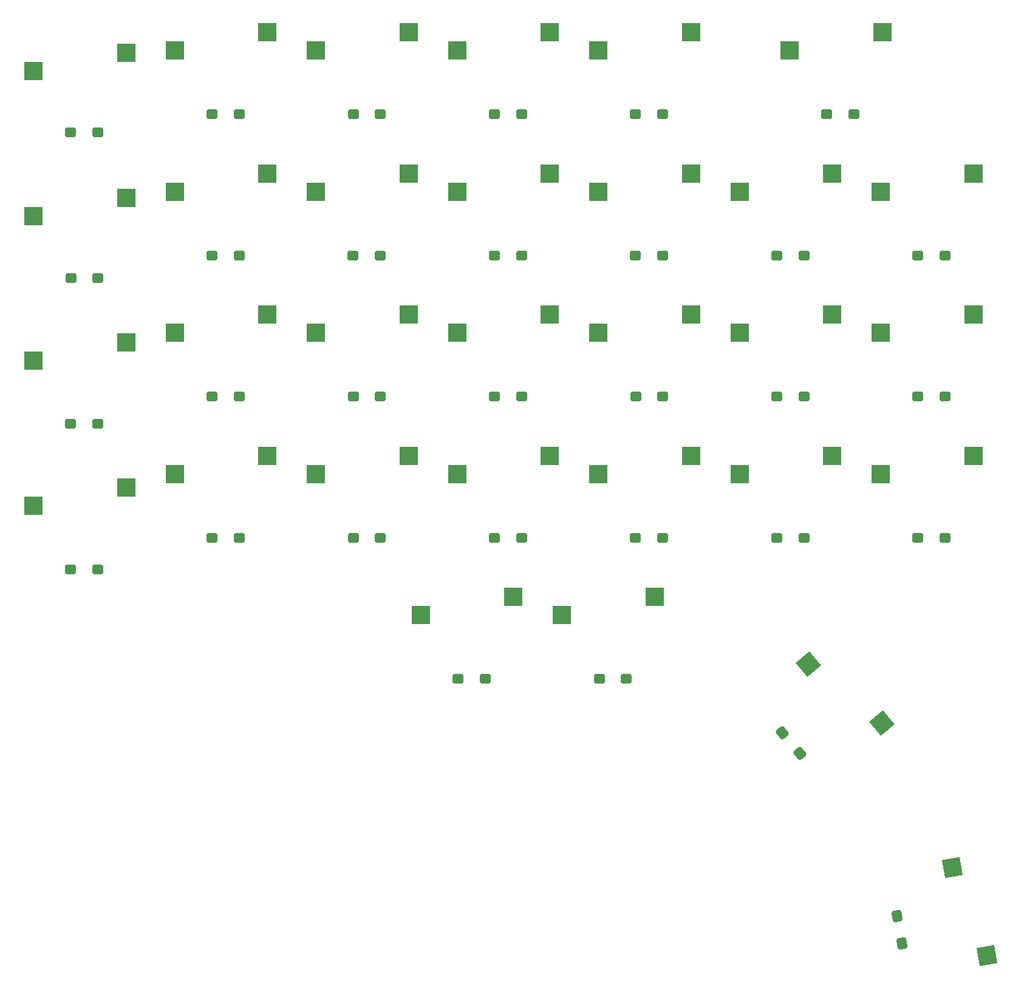
<source format=gbr>
%TF.GenerationSoftware,KiCad,Pcbnew,7.0.1*%
%TF.CreationDate,2023-03-23T04:50:53+01:00*%
%TF.ProjectId,Tiamat_v01_badge,5469616d-6174-45f7-9630-315f62616467,rev?*%
%TF.SameCoordinates,Original*%
%TF.FileFunction,Paste,Bot*%
%TF.FilePolarity,Positive*%
%FSLAX46Y46*%
G04 Gerber Fmt 4.6, Leading zero omitted, Abs format (unit mm)*
G04 Created by KiCad (PCBNEW 7.0.1) date 2023-03-23 04:50:53*
%MOMM*%
%LPD*%
G01*
G04 APERTURE LIST*
G04 Aperture macros list*
%AMRoundRect*
0 Rectangle with rounded corners*
0 $1 Rounding radius*
0 $2 $3 $4 $5 $6 $7 $8 $9 X,Y pos of 4 corners*
0 Add a 4 corners polygon primitive as box body*
4,1,4,$2,$3,$4,$5,$6,$7,$8,$9,$2,$3,0*
0 Add four circle primitives for the rounded corners*
1,1,$1+$1,$2,$3*
1,1,$1+$1,$4,$5*
1,1,$1+$1,$6,$7*
1,1,$1+$1,$8,$9*
0 Add four rect primitives between the rounded corners*
20,1,$1+$1,$2,$3,$4,$5,0*
20,1,$1+$1,$4,$5,$6,$7,0*
20,1,$1+$1,$6,$7,$8,$9,0*
20,1,$1+$1,$8,$9,$2,$3,0*%
%AMRotRect*
0 Rectangle, with rotation*
0 The origin of the aperture is its center*
0 $1 length*
0 $2 width*
0 $3 Rotation angle, in degrees counterclockwise*
0 Add horizontal line*
21,1,$1,$2,0,0,$3*%
G04 Aperture macros list end*
%ADD10R,2.550000X2.500000*%
%ADD11RotRect,2.550000X2.500000X310.000000*%
%ADD12RotRect,2.550000X2.500000X280.000000*%
%ADD13RoundRect,0.350000X-0.422824X0.382387X-0.266541X-0.503940X0.422824X-0.382387X0.266541X0.503940X0*%
%ADD14RoundRect,0.350000X0.422824X-0.382387X0.266541X0.503940X-0.422824X0.382387X-0.266541X-0.503940X0*%
%ADD15RoundRect,0.350000X-0.450000X-0.350000X0.450000X-0.350000X0.450000X0.350000X-0.450000X0.350000X0*%
%ADD16RoundRect,0.350000X0.450000X0.350000X-0.450000X0.350000X-0.450000X-0.350000X0.450000X-0.350000X0*%
%ADD17RoundRect,0.350000X-0.557370X0.119744X0.021139X-0.569696X0.557370X-0.119744X-0.021139X0.569696X0*%
%ADD18RoundRect,0.350000X0.557370X-0.119744X-0.021139X0.569696X-0.557370X0.119744X0.021139X-0.569696X0*%
G04 APERTURE END LIST*
D10*
%TO.C,SW1*%
X37070500Y-30232300D03*
X24143500Y-32772300D03*
%TD*%
D11*
%TO.C,SW27*%
X132125103Y-115440689D03*
X142380171Y-123710665D03*
%TD*%
D12*
%TO.C,SW31*%
X152267481Y-143816048D03*
X157013643Y-156105591D03*
%TD*%
D10*
%TO.C,SW30*%
X142253500Y-88927300D03*
X155180500Y-86387300D03*
%TD*%
%TO.C,SW29*%
X142253500Y-69242300D03*
X155180500Y-66702300D03*
%TD*%
%TO.C,SW28*%
X155180500Y-47017300D03*
X142253500Y-49557300D03*
%TD*%
%TO.C,SW26*%
X135495500Y-86387300D03*
X122568500Y-88927300D03*
%TD*%
%TO.C,SW25*%
X122568500Y-69242300D03*
X135495500Y-66702300D03*
%TD*%
%TO.C,SW24*%
X122568500Y-49557300D03*
X135495500Y-47017300D03*
%TD*%
%TO.C,SW22*%
X97803500Y-108612300D03*
X110730500Y-106072300D03*
%TD*%
%TO.C,SW21*%
X102883500Y-88927300D03*
X115810500Y-86387300D03*
%TD*%
%TO.C,SW20*%
X102883500Y-69242300D03*
X115810500Y-66702300D03*
%TD*%
%TO.C,SW19*%
X115810500Y-47017300D03*
X102883500Y-49557300D03*
%TD*%
%TO.C,SW18*%
X102883500Y-29872300D03*
X115810500Y-27332300D03*
%TD*%
%TO.C,SW17*%
X78118500Y-108612300D03*
X91045500Y-106072300D03*
%TD*%
%TO.C,SW16*%
X83198500Y-88927300D03*
X96125500Y-86387300D03*
%TD*%
%TO.C,SW15*%
X83198500Y-69242300D03*
X96125500Y-66702300D03*
%TD*%
%TO.C,SW14*%
X83198500Y-49557300D03*
X96125500Y-47017300D03*
%TD*%
%TO.C,SW13*%
X96125500Y-27332300D03*
X83198500Y-29872300D03*
%TD*%
%TO.C,SW12*%
X63513500Y-88927300D03*
X76440500Y-86387300D03*
%TD*%
%TO.C,SW11*%
X63513500Y-69242300D03*
X76440500Y-66702300D03*
%TD*%
%TO.C,SW10*%
X63513500Y-49557300D03*
X76440500Y-47017300D03*
%TD*%
%TO.C,SW9*%
X63513500Y-29872300D03*
X76440500Y-27332300D03*
%TD*%
%TO.C,SW8*%
X43828500Y-88927300D03*
X56755500Y-86387300D03*
%TD*%
%TO.C,SW7*%
X43828500Y-69242300D03*
X56755500Y-66702300D03*
%TD*%
%TO.C,SW6*%
X56755500Y-47017300D03*
X43828500Y-49557300D03*
%TD*%
%TO.C,SW5*%
X43828500Y-29872300D03*
X56755500Y-27332300D03*
%TD*%
%TO.C,SW4*%
X37070500Y-90832300D03*
X24143500Y-93372300D03*
%TD*%
%TO.C,SW23*%
X142480500Y-27332300D03*
X129553500Y-29872300D03*
%TD*%
%TO.C,SW3*%
X24143500Y-73172300D03*
X37070500Y-70632300D03*
%TD*%
%TO.C,SW2*%
X24143500Y-52972300D03*
X37070500Y-50432300D03*
%TD*%
D13*
%TO.C,D31*%
X145223432Y-154371938D03*
D14*
X144563568Y-150629668D03*
%TD*%
D15*
%TO.C,D30*%
X151233500Y-97817300D03*
D16*
X147433500Y-97817300D03*
%TD*%
D15*
%TO.C,D29*%
X151233500Y-78132300D03*
D16*
X147433500Y-78132300D03*
%TD*%
D15*
%TO.C,D28*%
X151233500Y-58447300D03*
D16*
X147433500Y-58447300D03*
%TD*%
D17*
%TO.C,D27*%
X130948299Y-127921287D03*
D18*
X128505707Y-125010319D03*
%TD*%
D15*
%TO.C,D26*%
X131548500Y-97817300D03*
D16*
X127748500Y-97817300D03*
%TD*%
D15*
%TO.C,D25*%
X131548500Y-78132300D03*
D16*
X127748500Y-78132300D03*
%TD*%
D15*
%TO.C,D24*%
X131548500Y-58447300D03*
D16*
X127748500Y-58447300D03*
%TD*%
D15*
%TO.C,D23*%
X138533500Y-38762300D03*
D16*
X134733500Y-38762300D03*
%TD*%
%TO.C,D22*%
X102993500Y-117502300D03*
D15*
X106793500Y-117502300D03*
%TD*%
D16*
%TO.C,D21*%
X108063500Y-97817300D03*
D15*
X111863500Y-97817300D03*
%TD*%
D16*
%TO.C,D20*%
X108073500Y-78132300D03*
D15*
X111873500Y-78132300D03*
%TD*%
D16*
%TO.C,D19*%
X108063500Y-58447300D03*
D15*
X111863500Y-58447300D03*
%TD*%
D16*
%TO.C,D18*%
X108063500Y-38762300D03*
D15*
X111863500Y-38762300D03*
%TD*%
D16*
%TO.C,D17*%
X83298500Y-117502300D03*
D15*
X87098500Y-117502300D03*
%TD*%
D16*
%TO.C,D16*%
X88388500Y-97817300D03*
D15*
X92188500Y-97817300D03*
%TD*%
D16*
%TO.C,D15*%
X88388500Y-78132300D03*
D15*
X92188500Y-78132300D03*
%TD*%
D16*
%TO.C,D14*%
X88388500Y-58447300D03*
D15*
X92188500Y-58447300D03*
%TD*%
D16*
%TO.C,D13*%
X88388500Y-38762300D03*
D15*
X92188500Y-38762300D03*
%TD*%
D16*
%TO.C,D12*%
X68703500Y-97817300D03*
D15*
X72503500Y-97817300D03*
%TD*%
D16*
%TO.C,D11*%
X68703500Y-78132300D03*
D15*
X72503500Y-78132300D03*
%TD*%
D16*
%TO.C,D10*%
X68693500Y-58447300D03*
D15*
X72493500Y-58447300D03*
%TD*%
D16*
%TO.C,D9*%
X68703500Y-38762300D03*
D15*
X72503500Y-38762300D03*
%TD*%
D16*
%TO.C,D8*%
X49008500Y-97817300D03*
D15*
X52808500Y-97817300D03*
%TD*%
D16*
%TO.C,D7*%
X49008500Y-78132300D03*
D15*
X52808500Y-78132300D03*
%TD*%
D16*
%TO.C,D6*%
X49018500Y-58447300D03*
D15*
X52818500Y-58447300D03*
%TD*%
D16*
%TO.C,D5*%
X49008500Y-38762300D03*
D15*
X52808500Y-38762300D03*
%TD*%
D16*
%TO.C,D4*%
X29328500Y-102262300D03*
D15*
X33128500Y-102262300D03*
%TD*%
D16*
%TO.C,D3*%
X29328500Y-81942300D03*
D15*
X33128500Y-81942300D03*
%TD*%
D16*
%TO.C,D2*%
X29333495Y-61622296D03*
D15*
X33133495Y-61622296D03*
%TD*%
D16*
%TO.C,D1*%
X29328500Y-41302300D03*
D15*
X33128500Y-41302300D03*
%TD*%
M02*

</source>
